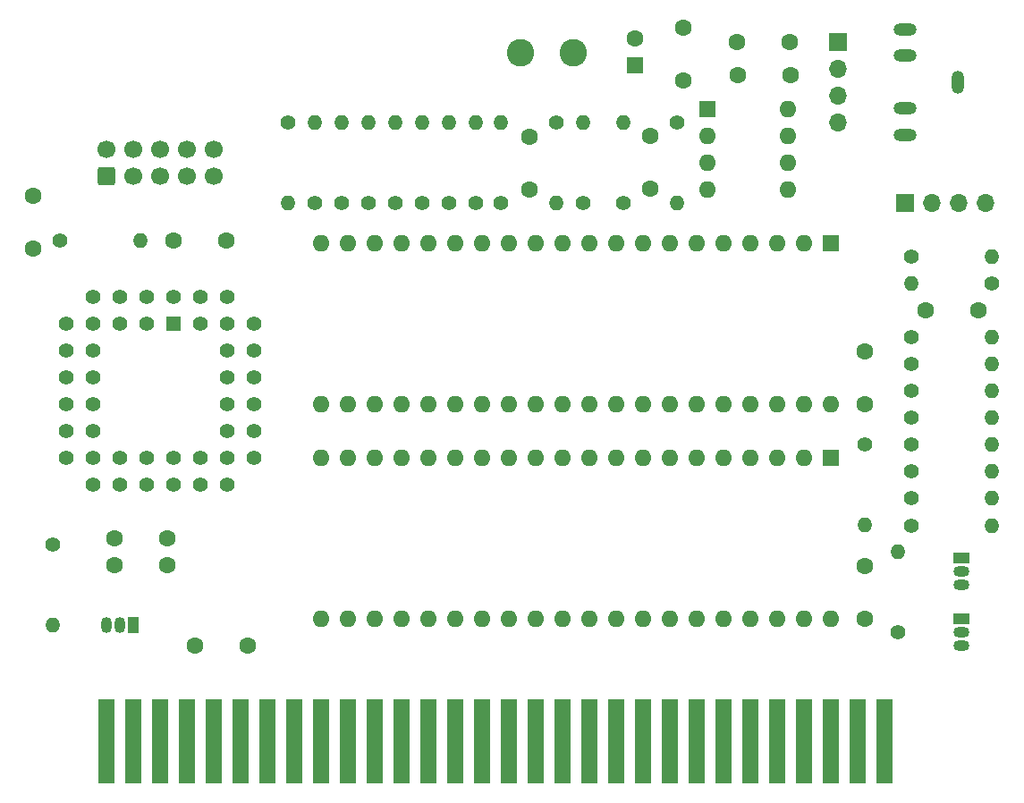
<source format=gbs>
%TF.GenerationSoftware,KiCad,Pcbnew,(6.0.8)*%
%TF.CreationDate,2022-10-21T18:27:38+07:00*%
%TF.ProjectId,TS_Ext_EPM3032,54535f45-7874-45f4-9550-4d333033322e,1.0*%
%TF.SameCoordinates,Original*%
%TF.FileFunction,Soldermask,Bot*%
%TF.FilePolarity,Negative*%
%FSLAX46Y46*%
G04 Gerber Fmt 4.6, Leading zero omitted, Abs format (unit mm)*
G04 Created by KiCad (PCBNEW (6.0.8)) date 2022-10-21 18:27:38*
%MOMM*%
%LPD*%
G01*
G04 APERTURE LIST*
G04 Aperture macros list*
%AMRoundRect*
0 Rectangle with rounded corners*
0 $1 Rounding radius*
0 $2 $3 $4 $5 $6 $7 $8 $9 X,Y pos of 4 corners*
0 Add a 4 corners polygon primitive as box body*
4,1,4,$2,$3,$4,$5,$6,$7,$8,$9,$2,$3,0*
0 Add four circle primitives for the rounded corners*
1,1,$1+$1,$2,$3*
1,1,$1+$1,$4,$5*
1,1,$1+$1,$6,$7*
1,1,$1+$1,$8,$9*
0 Add four rect primitives between the rounded corners*
20,1,$1+$1,$2,$3,$4,$5,0*
20,1,$1+$1,$4,$5,$6,$7,0*
20,1,$1+$1,$6,$7,$8,$9,0*
20,1,$1+$1,$8,$9,$2,$3,0*%
G04 Aperture macros list end*
%ADD10C,1.600000*%
%ADD11R,1.050000X1.500000*%
%ADD12O,1.050000X1.500000*%
%ADD13C,1.400000*%
%ADD14O,1.400000X1.400000*%
%ADD15R,1.600000X1.600000*%
%ADD16O,1.600000X1.600000*%
%ADD17R,1.600000X8.000000*%
%ADD18R,1.500000X1.050000*%
%ADD19O,1.500000X1.050000*%
%ADD20R,1.422400X1.422400*%
%ADD21C,1.422400*%
%ADD22O,2.200000X1.200000*%
%ADD23O,1.200000X2.200000*%
%ADD24RoundRect,0.250000X0.600000X-0.600000X0.600000X0.600000X-0.600000X0.600000X-0.600000X-0.600000X0*%
%ADD25C,1.700000*%
%ADD26C,2.600000*%
%ADD27R,1.700000X1.700000*%
%ADD28O,1.700000X1.700000*%
G04 APERTURE END LIST*
D10*
%TO.C,C4*%
X108585000Y-83820000D03*
X108585000Y-78820000D03*
%TD*%
D11*
%TO.C,Q1*%
X39370000Y-84455000D03*
D12*
X38100000Y-84455000D03*
X36830000Y-84455000D03*
%TD*%
D13*
%TO.C,R21*%
X90805000Y-36830000D03*
D14*
X90805000Y-44450000D03*
%TD*%
D15*
%TO.C,U4*%
X105410000Y-68580000D03*
D16*
X102870000Y-68580000D03*
X100330000Y-68580000D03*
X97790000Y-68580000D03*
X95250000Y-68580000D03*
X92710000Y-68580000D03*
X90170000Y-68580000D03*
X87630000Y-68580000D03*
X85090000Y-68580000D03*
X82550000Y-68580000D03*
X80010000Y-68580000D03*
X77470000Y-68580000D03*
X74930000Y-68580000D03*
X72390000Y-68580000D03*
X69850000Y-68580000D03*
X67310000Y-68580000D03*
X64770000Y-68580000D03*
X62230000Y-68580000D03*
X59690000Y-68580000D03*
X57150000Y-68580000D03*
X57150000Y-83820000D03*
X59690000Y-83820000D03*
X62230000Y-83820000D03*
X64770000Y-83820000D03*
X67310000Y-83820000D03*
X69850000Y-83820000D03*
X72390000Y-83820000D03*
X74930000Y-83820000D03*
X77470000Y-83820000D03*
X80010000Y-83820000D03*
X82550000Y-83820000D03*
X85090000Y-83820000D03*
X87630000Y-83820000D03*
X90170000Y-83820000D03*
X92710000Y-83820000D03*
X95250000Y-83820000D03*
X97790000Y-83820000D03*
X100330000Y-83820000D03*
X102870000Y-83820000D03*
X105410000Y-83820000D03*
%TD*%
D17*
%TO.C,J3*%
X36830000Y-95478600D03*
X39370000Y-95478600D03*
X41910000Y-95478600D03*
X44450000Y-95478600D03*
X46990000Y-95478600D03*
X49530000Y-95478600D03*
X52070000Y-95478600D03*
X54610000Y-95478600D03*
X57150000Y-95478600D03*
X59690000Y-95478600D03*
X62230000Y-95478600D03*
X64770000Y-95478600D03*
X67310000Y-95478600D03*
X69850000Y-95478600D03*
X72390000Y-95478600D03*
X74930000Y-95478600D03*
X77470000Y-95478600D03*
X80010000Y-95478600D03*
X82550000Y-95478600D03*
X85090000Y-95478600D03*
X87630000Y-95478600D03*
X90170000Y-95478600D03*
X92710000Y-95478600D03*
X95250000Y-95478600D03*
X97790000Y-95478600D03*
X100330000Y-95478600D03*
X102870000Y-95478600D03*
X105410000Y-95478600D03*
X107950000Y-95478600D03*
X110490000Y-95478600D03*
%TD*%
D13*
%TO.C,R2*%
X53975000Y-36830000D03*
D14*
X53975000Y-44450000D03*
%TD*%
D13*
%TO.C,R16*%
X113030000Y-72390000D03*
D14*
X120650000Y-72390000D03*
%TD*%
D18*
%TO.C,Q3*%
X117750000Y-78105000D03*
D19*
X117750000Y-79375000D03*
X117750000Y-80645000D03*
%TD*%
D20*
%TO.C,U1*%
X43180000Y-55880000D03*
D21*
X40640000Y-53340000D03*
X40640000Y-55880000D03*
X38100000Y-53340000D03*
X38100000Y-55880000D03*
X35560000Y-53340000D03*
X33020000Y-55880000D03*
X35560000Y-55880000D03*
X33020000Y-58420000D03*
X35560000Y-58420000D03*
X33020000Y-60960000D03*
X35560000Y-60960000D03*
X33020000Y-63500000D03*
X35560000Y-63500000D03*
X33020000Y-66040000D03*
X35560000Y-66040000D03*
X33020000Y-68580000D03*
X35560000Y-71120000D03*
X35560000Y-68580000D03*
X38100000Y-71120000D03*
X38100000Y-68580000D03*
X40640000Y-71120000D03*
X40640000Y-68580000D03*
X43180000Y-71120000D03*
X43180000Y-68580000D03*
X45720000Y-71120000D03*
X45720000Y-68580000D03*
X48260000Y-71120000D03*
X50800000Y-68580000D03*
X48260000Y-68580000D03*
X50800000Y-66040000D03*
X48260000Y-66040000D03*
X50800000Y-63500000D03*
X48260000Y-63500000D03*
X50800000Y-60960000D03*
X48260000Y-60960000D03*
X50800000Y-58420000D03*
X48260000Y-58420000D03*
X50800000Y-55880000D03*
X48260000Y-53340000D03*
X48260000Y-55880000D03*
X45720000Y-53340000D03*
X45720000Y-55880000D03*
X43180000Y-53340000D03*
%TD*%
D13*
%TO.C,R22*%
X85725000Y-44450000D03*
D14*
X85725000Y-36830000D03*
%TD*%
D10*
%TO.C,C8*%
X29845000Y-48815000D03*
X29845000Y-43815000D03*
%TD*%
D13*
%TO.C,R25*%
X31750000Y-76835000D03*
D14*
X31750000Y-84455000D03*
%TD*%
D15*
%TO.C,U5*%
X93726000Y-35560000D03*
D16*
X93726000Y-38100000D03*
X93726000Y-40640000D03*
X93726000Y-43180000D03*
X101346000Y-43180000D03*
X101346000Y-40640000D03*
X101346000Y-38100000D03*
X101346000Y-35560000D03*
%TD*%
D22*
%TO.C,J5*%
X112420000Y-38020000D03*
X112420000Y-35520000D03*
D23*
X117420000Y-33020000D03*
D22*
X112420000Y-28020000D03*
X112420000Y-30520000D03*
%TD*%
D24*
%TO.C,J1*%
X36830000Y-41910000D03*
D25*
X36830000Y-39370000D03*
X39370000Y-41910000D03*
X39370000Y-39370000D03*
X41910000Y-41910000D03*
X41910000Y-39370000D03*
X44450000Y-41910000D03*
X44450000Y-39370000D03*
X46990000Y-41910000D03*
X46990000Y-39370000D03*
%TD*%
D13*
%TO.C,R24*%
X113030000Y-49530000D03*
D14*
X120650000Y-49530000D03*
%TD*%
D13*
%TO.C,R26*%
X111760000Y-85090000D03*
D14*
X111760000Y-77470000D03*
%TD*%
D26*
%TO.C,L1*%
X81026000Y-30226000D03*
X76026000Y-30226000D03*
%TD*%
D13*
%TO.C,R11*%
X113030000Y-59690000D03*
D14*
X120650000Y-59690000D03*
%TD*%
D15*
%TO.C,U3*%
X105410000Y-48260000D03*
D16*
X102870000Y-48260000D03*
X100330000Y-48260000D03*
X97790000Y-48260000D03*
X95250000Y-48260000D03*
X92710000Y-48260000D03*
X90170000Y-48260000D03*
X87630000Y-48260000D03*
X85090000Y-48260000D03*
X82550000Y-48260000D03*
X80010000Y-48260000D03*
X77470000Y-48260000D03*
X74930000Y-48260000D03*
X72390000Y-48260000D03*
X69850000Y-48260000D03*
X67310000Y-48260000D03*
X64770000Y-48260000D03*
X62230000Y-48260000D03*
X59690000Y-48260000D03*
X57150000Y-48260000D03*
X57150000Y-63500000D03*
X59690000Y-63500000D03*
X62230000Y-63500000D03*
X64770000Y-63500000D03*
X67310000Y-63500000D03*
X69850000Y-63500000D03*
X72390000Y-63500000D03*
X74930000Y-63500000D03*
X77470000Y-63500000D03*
X80010000Y-63500000D03*
X82550000Y-63500000D03*
X85090000Y-63500000D03*
X87630000Y-63500000D03*
X90170000Y-63500000D03*
X92710000Y-63500000D03*
X95250000Y-63500000D03*
X97790000Y-63500000D03*
X100330000Y-63500000D03*
X102870000Y-63500000D03*
X105410000Y-63500000D03*
%TD*%
D27*
%TO.C,J4*%
X106045000Y-29220000D03*
D28*
X106045000Y-31760000D03*
X106045000Y-34300000D03*
X106045000Y-36840000D03*
%TD*%
D10*
%TO.C,C5*%
X50165000Y-86360000D03*
X45165000Y-86360000D03*
%TD*%
D13*
%TO.C,R27*%
X108585000Y-67310000D03*
D14*
X108585000Y-74930000D03*
%TD*%
D15*
%TO.C,C1*%
X86868000Y-31431113D03*
D10*
X86868000Y-28931113D03*
%TD*%
D13*
%TO.C,R8*%
X71755000Y-44450000D03*
D14*
X71755000Y-36830000D03*
%TD*%
D13*
%TO.C,R12*%
X113030000Y-62230000D03*
D14*
X120650000Y-62230000D03*
%TD*%
D13*
%TO.C,R13*%
X113030000Y-64770000D03*
D14*
X120650000Y-64770000D03*
%TD*%
D10*
%TO.C,C6*%
X42545000Y-78740000D03*
X37545000Y-78740000D03*
%TD*%
%TO.C,C9*%
X42545000Y-76200000D03*
X37545000Y-76200000D03*
%TD*%
D13*
%TO.C,R18*%
X56515000Y-44450000D03*
D14*
X56515000Y-36830000D03*
%TD*%
D13*
%TO.C,R15*%
X113030000Y-69850000D03*
D14*
X120650000Y-69850000D03*
%TD*%
D10*
%TO.C,C7*%
X43180000Y-48006000D03*
X48180000Y-48006000D03*
%TD*%
%TO.C,C12*%
X88265000Y-38100000D03*
X88265000Y-43100000D03*
%TD*%
D13*
%TO.C,R9*%
X74168000Y-44450000D03*
D14*
X74168000Y-36830000D03*
%TD*%
D13*
%TO.C,R7*%
X69215000Y-44450000D03*
D14*
X69215000Y-36830000D03*
%TD*%
D13*
%TO.C,R6*%
X66675000Y-44450000D03*
D14*
X66675000Y-36830000D03*
%TD*%
D10*
%TO.C,C2*%
X91440000Y-32893000D03*
X91440000Y-27893000D03*
%TD*%
%TO.C,C11*%
X119380000Y-54610000D03*
X114380000Y-54610000D03*
%TD*%
D13*
%TO.C,R14*%
X113030000Y-67310000D03*
D14*
X120650000Y-67310000D03*
%TD*%
D13*
%TO.C,R4*%
X61595000Y-44450000D03*
D14*
X61595000Y-36830000D03*
%TD*%
D18*
%TO.C,Q2*%
X117750000Y-83820000D03*
D19*
X117750000Y-85090000D03*
X117750000Y-86360000D03*
%TD*%
D10*
%TO.C,C3*%
X108585000Y-63500000D03*
X108585000Y-58500000D03*
%TD*%
D13*
%TO.C,R23*%
X81915000Y-44450000D03*
D14*
X81915000Y-36830000D03*
%TD*%
D13*
%TO.C,R10*%
X113030000Y-57150000D03*
D14*
X120650000Y-57150000D03*
%TD*%
D10*
%TO.C,C13*%
X96520000Y-29210000D03*
X101520000Y-29210000D03*
%TD*%
D27*
%TO.C,J2*%
X112395000Y-44450000D03*
D28*
X114935000Y-44450000D03*
X117475000Y-44450000D03*
X120015000Y-44450000D03*
%TD*%
D13*
%TO.C,R3*%
X59055000Y-44450000D03*
D14*
X59055000Y-36830000D03*
%TD*%
D13*
%TO.C,R17*%
X113030000Y-75057000D03*
D14*
X120650000Y-75057000D03*
%TD*%
D13*
%TO.C,R1*%
X32385000Y-48006000D03*
D14*
X40005000Y-48006000D03*
%TD*%
D10*
%TO.C,C14*%
X101600000Y-32385000D03*
X96600000Y-32385000D03*
%TD*%
D13*
%TO.C,R5*%
X64135000Y-44450000D03*
D14*
X64135000Y-36830000D03*
%TD*%
D13*
%TO.C,R20*%
X120650000Y-52070000D03*
D14*
X113030000Y-52070000D03*
%TD*%
D13*
%TO.C,R19*%
X79375000Y-36830000D03*
D14*
X79375000Y-44450000D03*
%TD*%
D10*
%TO.C,C10*%
X76835000Y-43180000D03*
X76835000Y-38180000D03*
%TD*%
M02*

</source>
